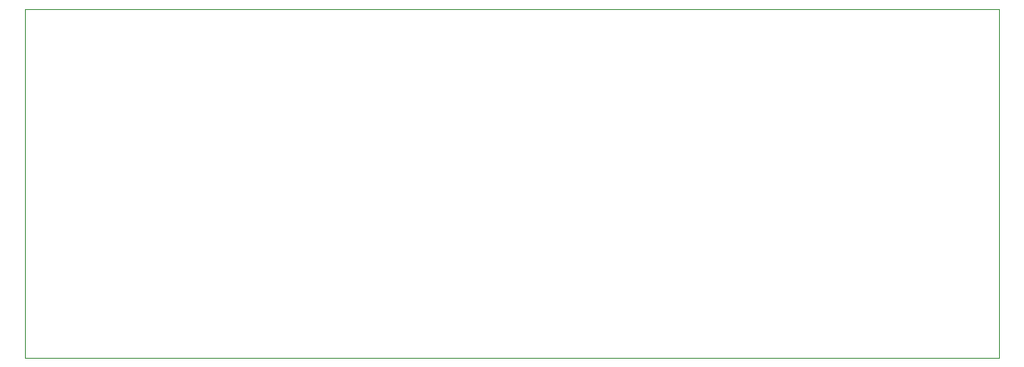
<source format=gbr>
%TF.GenerationSoftware,KiCad,Pcbnew,7.0.2*%
%TF.CreationDate,2023-06-20T09:22:34-04:00*%
%TF.ProjectId,Power supply,506f7765-7220-4737-9570-706c792e6b69,rev?*%
%TF.SameCoordinates,Original*%
%TF.FileFunction,Profile,NP*%
%FSLAX46Y46*%
G04 Gerber Fmt 4.6, Leading zero omitted, Abs format (unit mm)*
G04 Created by KiCad (PCBNEW 7.0.2) date 2023-06-20 09:22:34*
%MOMM*%
%LPD*%
G01*
G04 APERTURE LIST*
%TA.AperFunction,Profile*%
%ADD10C,0.100000*%
%TD*%
G04 APERTURE END LIST*
D10*
X175260000Y-78740000D02*
X76200000Y-78740000D01*
X76200000Y-114300000D02*
X175260000Y-114300000D01*
X175260000Y-114300000D02*
X175260000Y-78740000D01*
X76200000Y-78740000D02*
X76200000Y-114300000D01*
M02*

</source>
